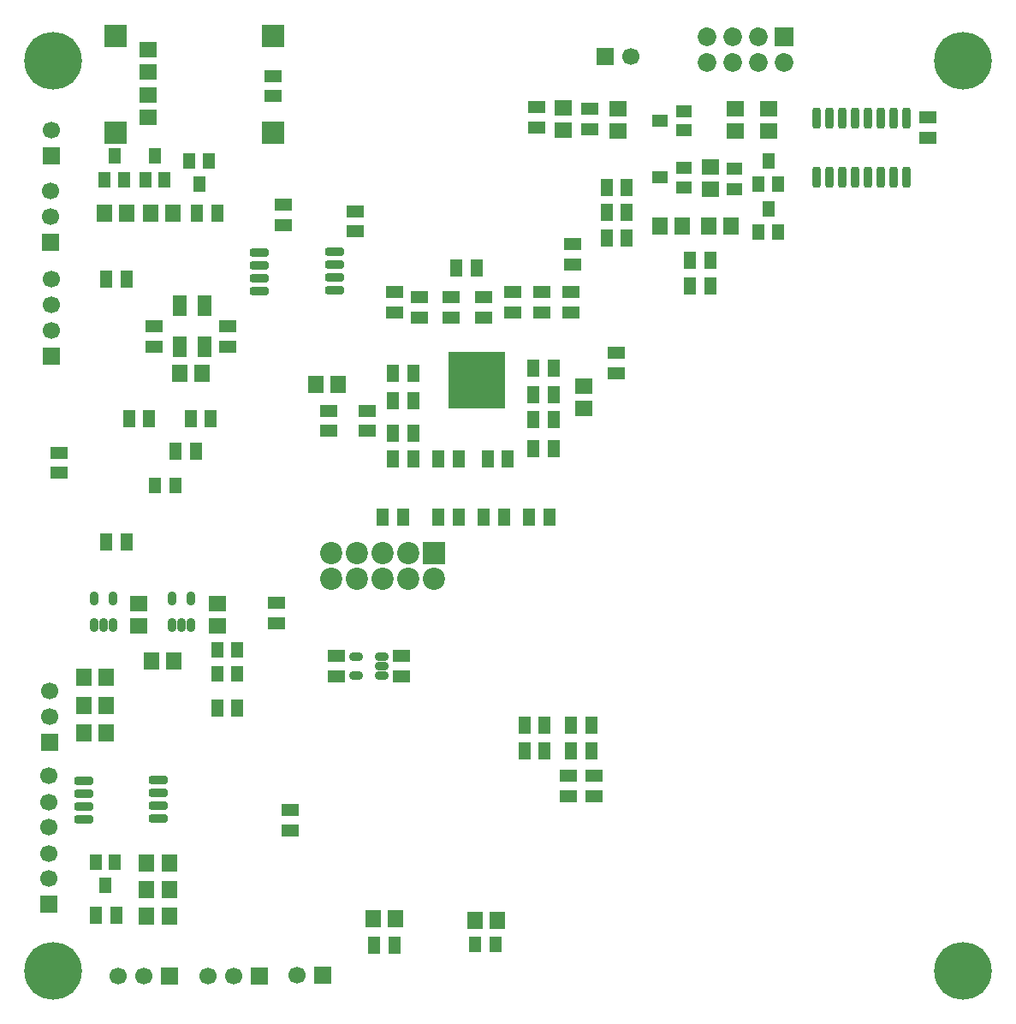
<source format=gbs>
G04*
G04 #@! TF.GenerationSoftware,Altium Limited,Altium Designer,23.2.1 (34)*
G04*
G04 Layer_Color=16711935*
%FSLAX42Y42*%
%MOMM*%
G71*
G04*
G04 #@! TF.SameCoordinates,D42B7736-0A14-4BE5-A4A9-6633498721EE*
G04*
G04*
G04 #@! TF.FilePolarity,Negative*
G04*
G01*
G75*
%ADD20R,2.20X2.20*%
%ADD25R,1.20X1.80*%
%ADD26R,1.20X1.50*%
%ADD27R,1.50X1.20*%
%ADD41R,1.80X1.20*%
%ADD51R,1.50X1.80*%
%ADD52R,1.80X1.50*%
%ADD59R,5.70X5.70*%
%ADD60R,1.70X1.70*%
%ADD61C,1.70*%
%ADD62C,2.20*%
%ADD63C,1.85*%
%ADD64R,1.85X1.85*%
%ADD65R,1.70X1.70*%
%ADD66C,5.70*%
%ADD67C,0.70*%
%ADD68C,4.70*%
G04:AMPARAMS|DCode=134|XSize=0.8mm|YSize=1.9mm|CornerRadius=0.25mm|HoleSize=0mm|Usage=FLASHONLY|Rotation=90.000|XOffset=0mm|YOffset=0mm|HoleType=Round|Shape=RoundedRectangle|*
%AMROUNDEDRECTD134*
21,1,0.80,1.40,0,0,90.0*
21,1,0.30,1.90,0,0,90.0*
1,1,0.50,0.70,0.15*
1,1,0.50,0.70,-0.15*
1,1,0.50,-0.70,-0.15*
1,1,0.50,-0.70,0.15*
%
%ADD134ROUNDEDRECTD134*%
G04:AMPARAMS|DCode=135|XSize=0.8mm|YSize=1.3mm|CornerRadius=0.25mm|HoleSize=0mm|Usage=FLASHONLY|Rotation=90.000|XOffset=0mm|YOffset=0mm|HoleType=Round|Shape=RoundedRectangle|*
%AMROUNDEDRECTD135*
21,1,0.80,0.80,0,0,90.0*
21,1,0.30,1.30,0,0,90.0*
1,1,0.50,0.40,0.15*
1,1,0.50,0.40,-0.15*
1,1,0.50,-0.40,-0.15*
1,1,0.50,-0.40,0.15*
%
%ADD135ROUNDEDRECTD135*%
G04:AMPARAMS|DCode=136|XSize=0.8mm|YSize=2.05mm|CornerRadius=0.25mm|HoleSize=0mm|Usage=FLASHONLY|Rotation=0.000|XOffset=0mm|YOffset=0mm|HoleType=Round|Shape=RoundedRectangle|*
%AMROUNDEDRECTD136*
21,1,0.80,1.55,0,0,0.0*
21,1,0.30,2.05,0,0,0.0*
1,1,0.50,0.15,-0.78*
1,1,0.50,-0.15,-0.78*
1,1,0.50,-0.15,0.78*
1,1,0.50,0.15,0.78*
%
%ADD136ROUNDEDRECTD136*%
%ADD137R,1.40X2.00*%
G04:AMPARAMS|DCode=138|XSize=0.8mm|YSize=1.3mm|CornerRadius=0.25mm|HoleSize=0mm|Usage=FLASHONLY|Rotation=0.000|XOffset=0mm|YOffset=0mm|HoleType=Round|Shape=RoundedRectangle|*
%AMROUNDEDRECTD138*
21,1,0.80,0.80,0,0,0.0*
21,1,0.30,1.30,0,0,0.0*
1,1,0.50,0.15,-0.40*
1,1,0.50,-0.15,-0.40*
1,1,0.50,-0.15,0.40*
1,1,0.50,0.15,0.40*
%
%ADD138ROUNDEDRECTD138*%
%ADD139R,1.20X1.60*%
%ADD140R,1.60X1.20*%
D20*
X4271Y4627D02*
D03*
X1115Y9747D02*
D03*
Y8788D02*
D03*
X2675Y9747D02*
D03*
Y8788D02*
D03*
D25*
X4512Y5562D02*
D03*
X4312D02*
D03*
X5625Y2675D02*
D03*
X5825D02*
D03*
X5162D02*
D03*
X5362D02*
D03*
X5975Y8250D02*
D03*
X6175D02*
D03*
X1712Y5638D02*
D03*
X1912D02*
D03*
X1862Y5962D02*
D03*
X2062D02*
D03*
X4062Y5812D02*
D03*
X3862D02*
D03*
X5825Y2925D02*
D03*
X5625D02*
D03*
X5162D02*
D03*
X5362D02*
D03*
X6800Y7275D02*
D03*
X7000D02*
D03*
X6175Y8000D02*
D03*
X5975D02*
D03*
X2325Y3100D02*
D03*
X2125D02*
D03*
X4762Y4988D02*
D03*
X4962D02*
D03*
X5212D02*
D03*
X5412D02*
D03*
X3962D02*
D03*
X3762D02*
D03*
X3862Y6138D02*
D03*
X4062D02*
D03*
X3862Y6412D02*
D03*
X4062D02*
D03*
X1225Y7338D02*
D03*
X1025D02*
D03*
X5450Y6200D02*
D03*
X5250D02*
D03*
X5450Y5950D02*
D03*
X5250D02*
D03*
X4488Y7450D02*
D03*
X4688D02*
D03*
X5450Y6462D02*
D03*
X5250D02*
D03*
X1250Y5962D02*
D03*
X1450D02*
D03*
X3862Y5562D02*
D03*
X4062D02*
D03*
X1225Y4738D02*
D03*
X1025D02*
D03*
X4312Y4988D02*
D03*
X4512D02*
D03*
X5000Y5562D02*
D03*
X4800D02*
D03*
X5450Y5662D02*
D03*
X5250D02*
D03*
X925Y1050D02*
D03*
X1125D02*
D03*
X7000Y7525D02*
D03*
X6800D02*
D03*
X5975Y7750D02*
D03*
X6175D02*
D03*
X2125Y7988D02*
D03*
X1925D02*
D03*
X3875Y750D02*
D03*
X3675D02*
D03*
D26*
X1712Y5300D02*
D03*
X1512D02*
D03*
X2325Y3438D02*
D03*
X2125D02*
D03*
X2325Y3675D02*
D03*
X2125D02*
D03*
X4675Y763D02*
D03*
X4875D02*
D03*
D27*
X7238Y8228D02*
D03*
Y8428D02*
D03*
D41*
X3950Y3612D02*
D03*
Y3412D02*
D03*
X3300Y3612D02*
D03*
Y3412D02*
D03*
X5050Y7012D02*
D03*
Y7212D02*
D03*
X4762Y6962D02*
D03*
Y7162D02*
D03*
X3488Y8012D02*
D03*
Y7812D02*
D03*
X2775Y8075D02*
D03*
Y7875D02*
D03*
X5625Y7212D02*
D03*
Y7012D02*
D03*
X2850Y1888D02*
D03*
Y2088D02*
D03*
X5812Y9025D02*
D03*
Y8825D02*
D03*
X5338Y7012D02*
D03*
Y7212D02*
D03*
X5850Y2225D02*
D03*
Y2425D02*
D03*
X5600Y2225D02*
D03*
Y2425D02*
D03*
X5288Y8838D02*
D03*
Y9038D02*
D03*
X9150Y8938D02*
D03*
Y8738D02*
D03*
X3612Y5838D02*
D03*
Y6038D02*
D03*
X5638Y7488D02*
D03*
Y7688D02*
D03*
X6075Y6612D02*
D03*
Y6412D02*
D03*
X4125Y7162D02*
D03*
Y6962D02*
D03*
X3225Y5838D02*
D03*
Y6038D02*
D03*
X4438Y7162D02*
D03*
Y6962D02*
D03*
X562Y5625D02*
D03*
Y5425D02*
D03*
X3875Y7012D02*
D03*
Y7212D02*
D03*
X2712Y4138D02*
D03*
Y3938D02*
D03*
X2675Y9350D02*
D03*
Y9150D02*
D03*
X1500Y6675D02*
D03*
Y6875D02*
D03*
X2225Y6675D02*
D03*
Y6875D02*
D03*
D51*
X802Y2850D02*
D03*
X1023D02*
D03*
X3322Y6300D02*
D03*
X3102D02*
D03*
X1427Y1038D02*
D03*
X1648D02*
D03*
X1698Y3562D02*
D03*
X1477D02*
D03*
X1752Y6412D02*
D03*
X1973D02*
D03*
X6990Y7862D02*
D03*
X7210D02*
D03*
X6503D02*
D03*
X6722D02*
D03*
X1427Y1562D02*
D03*
X1648D02*
D03*
X1427Y1300D02*
D03*
X1648D02*
D03*
X1232Y7988D02*
D03*
X1012D02*
D03*
X1465D02*
D03*
X1685D02*
D03*
X802Y3125D02*
D03*
X1023D02*
D03*
X802Y3400D02*
D03*
X1023D02*
D03*
X3885Y1012D02*
D03*
X3665D02*
D03*
X4678Y1000D02*
D03*
X4897D02*
D03*
D52*
X1438Y9160D02*
D03*
Y8940D02*
D03*
Y9610D02*
D03*
Y9390D02*
D03*
X5750Y6065D02*
D03*
Y6285D02*
D03*
X6088Y9022D02*
D03*
Y8803D02*
D03*
X5550Y9035D02*
D03*
Y8815D02*
D03*
X7000Y8447D02*
D03*
Y8228D02*
D03*
X7575Y8803D02*
D03*
Y9022D02*
D03*
X7250Y9022D02*
D03*
Y8803D02*
D03*
X2123Y3915D02*
D03*
Y4135D02*
D03*
X1350Y3915D02*
D03*
Y4135D02*
D03*
D59*
X4688Y6338D02*
D03*
D60*
X468Y2758D02*
D03*
X480Y8561D02*
D03*
X462Y1155D02*
D03*
X475Y7700D02*
D03*
X480Y6582D02*
D03*
D61*
X468Y3012D02*
D03*
Y3267D02*
D03*
X6215Y9545D02*
D03*
X2910Y455D02*
D03*
X2033Y450D02*
D03*
X2288D02*
D03*
X1146D02*
D03*
X1400D02*
D03*
X480Y8814D02*
D03*
X462Y1917D02*
D03*
Y1409D02*
D03*
Y1662D02*
D03*
Y2170D02*
D03*
Y2425D02*
D03*
X475Y8208D02*
D03*
Y7954D02*
D03*
X480Y7343D02*
D03*
Y7089D02*
D03*
Y6836D02*
D03*
D62*
X3762Y4627D02*
D03*
X4017Y4373D02*
D03*
Y4627D02*
D03*
X4271Y4373D02*
D03*
X3508Y4627D02*
D03*
X3254D02*
D03*
X3508Y4373D02*
D03*
X3762D02*
D03*
X3254D02*
D03*
D63*
X6969Y9486D02*
D03*
X7223D02*
D03*
X6969Y9739D02*
D03*
X7223D02*
D03*
X7731Y9486D02*
D03*
X7477Y9739D02*
D03*
Y9486D02*
D03*
D64*
X7731Y9739D02*
D03*
D65*
X5960Y9545D02*
D03*
X3165Y455D02*
D03*
X2542Y450D02*
D03*
X1654D02*
D03*
D66*
X9500Y500D02*
D03*
Y9500D02*
D03*
X500D02*
D03*
Y500D02*
D03*
D67*
X4467Y6557D02*
D03*
X4578D02*
D03*
X4688D02*
D03*
X4797D02*
D03*
X4908D02*
D03*
X4467Y6447D02*
D03*
X4908D02*
D03*
X4467Y6338D02*
D03*
X4908D02*
D03*
X4467Y6228D02*
D03*
X4908D02*
D03*
X4467Y6117D02*
D03*
X4578D02*
D03*
X4688D02*
D03*
X4797D02*
D03*
X4908D02*
D03*
D68*
X4688Y6338D02*
D03*
D134*
X3283Y7610D02*
D03*
Y7482D02*
D03*
Y7356D02*
D03*
Y7229D02*
D03*
X2542Y7603D02*
D03*
Y7475D02*
D03*
Y7349D02*
D03*
Y7221D02*
D03*
X805Y1997D02*
D03*
Y2124D02*
D03*
Y2250D02*
D03*
Y2377D02*
D03*
X1545Y2003D02*
D03*
Y2131D02*
D03*
Y2258D02*
D03*
Y2384D02*
D03*
D135*
X3755Y3608D02*
D03*
Y3512D02*
D03*
Y3417D02*
D03*
X3495D02*
D03*
Y3608D02*
D03*
D136*
X8943Y8350D02*
D03*
X8817D02*
D03*
X8689D02*
D03*
X8562D02*
D03*
X8436D02*
D03*
X8308D02*
D03*
X8182D02*
D03*
X8054D02*
D03*
X8943Y8930D02*
D03*
X8817D02*
D03*
X8689D02*
D03*
X8562D02*
D03*
X8436D02*
D03*
X8308D02*
D03*
X8182D02*
D03*
X8054D02*
D03*
D137*
X1755Y6675D02*
D03*
Y7075D02*
D03*
X1995D02*
D03*
Y6675D02*
D03*
D138*
X1867Y3920D02*
D03*
X1772D02*
D03*
X1677D02*
D03*
Y4180D02*
D03*
X1867D02*
D03*
X1093Y3920D02*
D03*
X998D02*
D03*
X903D02*
D03*
Y4180D02*
D03*
X1093D02*
D03*
D139*
X1507Y8555D02*
D03*
X1412Y8325D02*
D03*
X1602D02*
D03*
X1018Y1345D02*
D03*
X1112Y1575D02*
D03*
X923D02*
D03*
X7575Y8038D02*
D03*
X7480Y7807D02*
D03*
X7670D02*
D03*
X7575Y8512D02*
D03*
X7480Y8282D02*
D03*
X7670D02*
D03*
X1107Y8555D02*
D03*
X1012Y8325D02*
D03*
X1202D02*
D03*
X1945Y8282D02*
D03*
X2040Y8512D02*
D03*
X1850D02*
D03*
D140*
X6507Y8345D02*
D03*
X6738Y8250D02*
D03*
Y8440D02*
D03*
X6507Y8907D02*
D03*
X6738Y8812D02*
D03*
Y9003D02*
D03*
M02*

</source>
